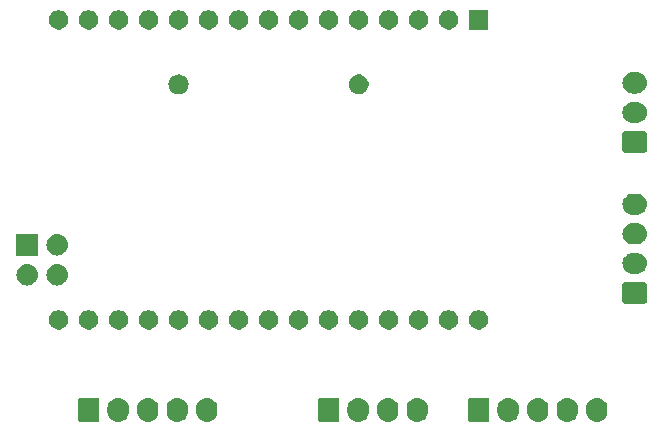
<source format=gbr>
G04 #@! TF.GenerationSoftware,KiCad,Pcbnew,(5.1.2)-2*
G04 #@! TF.CreationDate,2022-01-26T05:46:38+01:00*
G04 #@! TF.ProjectId,SMuFF-Ifc2-ESP32,534d7546-462d-4496-9663-322d45535033,rev?*
G04 #@! TF.SameCoordinates,Original*
G04 #@! TF.FileFunction,Soldermask,Top*
G04 #@! TF.FilePolarity,Negative*
%FSLAX46Y46*%
G04 Gerber Fmt 4.6, Leading zero omitted, Abs format (unit mm)*
G04 Created by KiCad (PCBNEW (5.1.2)-2) date 2022-01-26 05:46:38*
%MOMM*%
%LPD*%
G04 APERTURE LIST*
%ADD10C,0.100000*%
G04 APERTURE END LIST*
D10*
G36*
X139248626Y-110239037D02*
G01*
X139418465Y-110290557D01*
X139418467Y-110290558D01*
X139574989Y-110374221D01*
X139712186Y-110486814D01*
X139795448Y-110588271D01*
X139824778Y-110624009D01*
X139908443Y-110780534D01*
X139959963Y-110950373D01*
X139973000Y-111082742D01*
X139973000Y-111421257D01*
X139959963Y-111553626D01*
X139908443Y-111723466D01*
X139824778Y-111879991D01*
X139795448Y-111915729D01*
X139712186Y-112017186D01*
X139617250Y-112095097D01*
X139574991Y-112129778D01*
X139418466Y-112213443D01*
X139248627Y-112264963D01*
X139072000Y-112282359D01*
X138895374Y-112264963D01*
X138725535Y-112213443D01*
X138569010Y-112129778D01*
X138431815Y-112017185D01*
X138319222Y-111879991D01*
X138235557Y-111723466D01*
X138184037Y-111553627D01*
X138171000Y-111421258D01*
X138171000Y-111082743D01*
X138184037Y-110950374D01*
X138235557Y-110780535D01*
X138319222Y-110624010D01*
X138319223Y-110624009D01*
X138431814Y-110486814D01*
X138533271Y-110403552D01*
X138569009Y-110374222D01*
X138725534Y-110290557D01*
X138895373Y-110239037D01*
X139072000Y-110221641D01*
X139248626Y-110239037D01*
X139248626Y-110239037D01*
G37*
G36*
X146948626Y-110239037D02*
G01*
X147118465Y-110290557D01*
X147118467Y-110290558D01*
X147274989Y-110374221D01*
X147412186Y-110486814D01*
X147495448Y-110588271D01*
X147524778Y-110624009D01*
X147608443Y-110780534D01*
X147659963Y-110950373D01*
X147673000Y-111082742D01*
X147673000Y-111421257D01*
X147659963Y-111553626D01*
X147608443Y-111723466D01*
X147524778Y-111879991D01*
X147495448Y-111915729D01*
X147412186Y-112017186D01*
X147317250Y-112095097D01*
X147274991Y-112129778D01*
X147118466Y-112213443D01*
X146948627Y-112264963D01*
X146772000Y-112282359D01*
X146595374Y-112264963D01*
X146425535Y-112213443D01*
X146269010Y-112129778D01*
X146131815Y-112017185D01*
X146019222Y-111879991D01*
X145935557Y-111723466D01*
X145884037Y-111553627D01*
X145871000Y-111421258D01*
X145871000Y-111082743D01*
X145884037Y-110950374D01*
X145935557Y-110780535D01*
X146019222Y-110624010D01*
X146019223Y-110624009D01*
X146131814Y-110486814D01*
X146233271Y-110403552D01*
X146269009Y-110374222D01*
X146425534Y-110290557D01*
X146595373Y-110239037D01*
X146772000Y-110221641D01*
X146948626Y-110239037D01*
X146948626Y-110239037D01*
G37*
G36*
X149448626Y-110239037D02*
G01*
X149618465Y-110290557D01*
X149618467Y-110290558D01*
X149774989Y-110374221D01*
X149912186Y-110486814D01*
X149995448Y-110588271D01*
X150024778Y-110624009D01*
X150108443Y-110780534D01*
X150159963Y-110950373D01*
X150173000Y-111082742D01*
X150173000Y-111421257D01*
X150159963Y-111553626D01*
X150108443Y-111723466D01*
X150024778Y-111879991D01*
X149995448Y-111915729D01*
X149912186Y-112017186D01*
X149817250Y-112095097D01*
X149774991Y-112129778D01*
X149618466Y-112213443D01*
X149448627Y-112264963D01*
X149272000Y-112282359D01*
X149095374Y-112264963D01*
X148925535Y-112213443D01*
X148769010Y-112129778D01*
X148631815Y-112017185D01*
X148519222Y-111879991D01*
X148435557Y-111723466D01*
X148384037Y-111553627D01*
X148371000Y-111421258D01*
X148371000Y-111082743D01*
X148384037Y-110950374D01*
X148435557Y-110780535D01*
X148519222Y-110624010D01*
X148519223Y-110624009D01*
X148631814Y-110486814D01*
X148733271Y-110403552D01*
X148769009Y-110374222D01*
X148925534Y-110290557D01*
X149095373Y-110239037D01*
X149272000Y-110221641D01*
X149448626Y-110239037D01*
X149448626Y-110239037D01*
G37*
G36*
X151948626Y-110239037D02*
G01*
X152118465Y-110290557D01*
X152118467Y-110290558D01*
X152274989Y-110374221D01*
X152412186Y-110486814D01*
X152495448Y-110588271D01*
X152524778Y-110624009D01*
X152608443Y-110780534D01*
X152659963Y-110950373D01*
X152673000Y-111082742D01*
X152673000Y-111421257D01*
X152659963Y-111553626D01*
X152608443Y-111723466D01*
X152524778Y-111879991D01*
X152495448Y-111915729D01*
X152412186Y-112017186D01*
X152317250Y-112095097D01*
X152274991Y-112129778D01*
X152118466Y-112213443D01*
X151948627Y-112264963D01*
X151772000Y-112282359D01*
X151595374Y-112264963D01*
X151425535Y-112213443D01*
X151269010Y-112129778D01*
X151131815Y-112017185D01*
X151019222Y-111879991D01*
X150935557Y-111723466D01*
X150884037Y-111553627D01*
X150871000Y-111421258D01*
X150871000Y-111082743D01*
X150884037Y-110950374D01*
X150935557Y-110780535D01*
X151019222Y-110624010D01*
X151019223Y-110624009D01*
X151131814Y-110486814D01*
X151233271Y-110403552D01*
X151269009Y-110374222D01*
X151425534Y-110290557D01*
X151595373Y-110239037D01*
X151772000Y-110221641D01*
X151948626Y-110239037D01*
X151948626Y-110239037D01*
G37*
G36*
X154448626Y-110239037D02*
G01*
X154618465Y-110290557D01*
X154618467Y-110290558D01*
X154774989Y-110374221D01*
X154912186Y-110486814D01*
X154995448Y-110588271D01*
X155024778Y-110624009D01*
X155108443Y-110780534D01*
X155159963Y-110950373D01*
X155173000Y-111082742D01*
X155173000Y-111421257D01*
X155159963Y-111553626D01*
X155108443Y-111723466D01*
X155024778Y-111879991D01*
X154995448Y-111915729D01*
X154912186Y-112017186D01*
X154817250Y-112095097D01*
X154774991Y-112129778D01*
X154618466Y-112213443D01*
X154448627Y-112264963D01*
X154272000Y-112282359D01*
X154095374Y-112264963D01*
X153925535Y-112213443D01*
X153769010Y-112129778D01*
X153631815Y-112017185D01*
X153519222Y-111879991D01*
X153435557Y-111723466D01*
X153384037Y-111553627D01*
X153371000Y-111421258D01*
X153371000Y-111082743D01*
X153384037Y-110950374D01*
X153435557Y-110780535D01*
X153519222Y-110624010D01*
X153519223Y-110624009D01*
X153631814Y-110486814D01*
X153733271Y-110403552D01*
X153769009Y-110374222D01*
X153925534Y-110290557D01*
X154095373Y-110239037D01*
X154272000Y-110221641D01*
X154448626Y-110239037D01*
X154448626Y-110239037D01*
G37*
G36*
X113928626Y-110239037D02*
G01*
X114098465Y-110290557D01*
X114098467Y-110290558D01*
X114254989Y-110374221D01*
X114392186Y-110486814D01*
X114475448Y-110588271D01*
X114504778Y-110624009D01*
X114588443Y-110780534D01*
X114639963Y-110950373D01*
X114653000Y-111082742D01*
X114653000Y-111421257D01*
X114639963Y-111553626D01*
X114588443Y-111723466D01*
X114504778Y-111879991D01*
X114475448Y-111915729D01*
X114392186Y-112017186D01*
X114297250Y-112095097D01*
X114254991Y-112129778D01*
X114098466Y-112213443D01*
X113928627Y-112264963D01*
X113752000Y-112282359D01*
X113575374Y-112264963D01*
X113405535Y-112213443D01*
X113249010Y-112129778D01*
X113111815Y-112017185D01*
X112999222Y-111879991D01*
X112915557Y-111723466D01*
X112864037Y-111553627D01*
X112851000Y-111421258D01*
X112851000Y-111082743D01*
X112864037Y-110950374D01*
X112915557Y-110780535D01*
X112999222Y-110624010D01*
X112999223Y-110624009D01*
X113111814Y-110486814D01*
X113213271Y-110403552D01*
X113249009Y-110374222D01*
X113405534Y-110290557D01*
X113575373Y-110239037D01*
X113752000Y-110221641D01*
X113928626Y-110239037D01*
X113928626Y-110239037D01*
G37*
G36*
X116428626Y-110239037D02*
G01*
X116598465Y-110290557D01*
X116598467Y-110290558D01*
X116754989Y-110374221D01*
X116892186Y-110486814D01*
X116975448Y-110588271D01*
X117004778Y-110624009D01*
X117088443Y-110780534D01*
X117139963Y-110950373D01*
X117153000Y-111082742D01*
X117153000Y-111421257D01*
X117139963Y-111553626D01*
X117088443Y-111723466D01*
X117004778Y-111879991D01*
X116975448Y-111915729D01*
X116892186Y-112017186D01*
X116797250Y-112095097D01*
X116754991Y-112129778D01*
X116598466Y-112213443D01*
X116428627Y-112264963D01*
X116252000Y-112282359D01*
X116075374Y-112264963D01*
X115905535Y-112213443D01*
X115749010Y-112129778D01*
X115611815Y-112017185D01*
X115499222Y-111879991D01*
X115415557Y-111723466D01*
X115364037Y-111553627D01*
X115351000Y-111421258D01*
X115351000Y-111082743D01*
X115364037Y-110950374D01*
X115415557Y-110780535D01*
X115499222Y-110624010D01*
X115499223Y-110624009D01*
X115611814Y-110486814D01*
X115713271Y-110403552D01*
X115749009Y-110374222D01*
X115905534Y-110290557D01*
X116075373Y-110239037D01*
X116252000Y-110221641D01*
X116428626Y-110239037D01*
X116428626Y-110239037D01*
G37*
G36*
X118928626Y-110239037D02*
G01*
X119098465Y-110290557D01*
X119098467Y-110290558D01*
X119254989Y-110374221D01*
X119392186Y-110486814D01*
X119475448Y-110588271D01*
X119504778Y-110624009D01*
X119588443Y-110780534D01*
X119639963Y-110950373D01*
X119653000Y-111082742D01*
X119653000Y-111421257D01*
X119639963Y-111553626D01*
X119588443Y-111723466D01*
X119504778Y-111879991D01*
X119475448Y-111915729D01*
X119392186Y-112017186D01*
X119297250Y-112095097D01*
X119254991Y-112129778D01*
X119098466Y-112213443D01*
X118928627Y-112264963D01*
X118752000Y-112282359D01*
X118575374Y-112264963D01*
X118405535Y-112213443D01*
X118249010Y-112129778D01*
X118111815Y-112017185D01*
X117999222Y-111879991D01*
X117915557Y-111723466D01*
X117864037Y-111553627D01*
X117851000Y-111421258D01*
X117851000Y-111082743D01*
X117864037Y-110950374D01*
X117915557Y-110780535D01*
X117999222Y-110624010D01*
X117999223Y-110624009D01*
X118111814Y-110486814D01*
X118213271Y-110403552D01*
X118249009Y-110374222D01*
X118405534Y-110290557D01*
X118575373Y-110239037D01*
X118752000Y-110221641D01*
X118928626Y-110239037D01*
X118928626Y-110239037D01*
G37*
G36*
X121428626Y-110239037D02*
G01*
X121598465Y-110290557D01*
X121598467Y-110290558D01*
X121754989Y-110374221D01*
X121892186Y-110486814D01*
X121975448Y-110588271D01*
X122004778Y-110624009D01*
X122088443Y-110780534D01*
X122139963Y-110950373D01*
X122153000Y-111082742D01*
X122153000Y-111421257D01*
X122139963Y-111553626D01*
X122088443Y-111723466D01*
X122004778Y-111879991D01*
X121975448Y-111915729D01*
X121892186Y-112017186D01*
X121797250Y-112095097D01*
X121754991Y-112129778D01*
X121598466Y-112213443D01*
X121428627Y-112264963D01*
X121252000Y-112282359D01*
X121075374Y-112264963D01*
X120905535Y-112213443D01*
X120749010Y-112129778D01*
X120611815Y-112017185D01*
X120499222Y-111879991D01*
X120415557Y-111723466D01*
X120364037Y-111553627D01*
X120351000Y-111421258D01*
X120351000Y-111082743D01*
X120364037Y-110950374D01*
X120415557Y-110780535D01*
X120499222Y-110624010D01*
X120499223Y-110624009D01*
X120611814Y-110486814D01*
X120713271Y-110403552D01*
X120749009Y-110374222D01*
X120905534Y-110290557D01*
X121075373Y-110239037D01*
X121252000Y-110221641D01*
X121428626Y-110239037D01*
X121428626Y-110239037D01*
G37*
G36*
X134248626Y-110239037D02*
G01*
X134418465Y-110290557D01*
X134418467Y-110290558D01*
X134574989Y-110374221D01*
X134712186Y-110486814D01*
X134795448Y-110588271D01*
X134824778Y-110624009D01*
X134908443Y-110780534D01*
X134959963Y-110950373D01*
X134973000Y-111082742D01*
X134973000Y-111421257D01*
X134959963Y-111553626D01*
X134908443Y-111723466D01*
X134824778Y-111879991D01*
X134795448Y-111915729D01*
X134712186Y-112017186D01*
X134617250Y-112095097D01*
X134574991Y-112129778D01*
X134418466Y-112213443D01*
X134248627Y-112264963D01*
X134072000Y-112282359D01*
X133895374Y-112264963D01*
X133725535Y-112213443D01*
X133569010Y-112129778D01*
X133431815Y-112017185D01*
X133319222Y-111879991D01*
X133235557Y-111723466D01*
X133184037Y-111553627D01*
X133171000Y-111421258D01*
X133171000Y-111082743D01*
X133184037Y-110950374D01*
X133235557Y-110780535D01*
X133319222Y-110624010D01*
X133319223Y-110624009D01*
X133431814Y-110486814D01*
X133533271Y-110403552D01*
X133569009Y-110374222D01*
X133725534Y-110290557D01*
X133895373Y-110239037D01*
X134072000Y-110221641D01*
X134248626Y-110239037D01*
X134248626Y-110239037D01*
G37*
G36*
X136748626Y-110239037D02*
G01*
X136918465Y-110290557D01*
X136918467Y-110290558D01*
X137074989Y-110374221D01*
X137212186Y-110486814D01*
X137295448Y-110588271D01*
X137324778Y-110624009D01*
X137408443Y-110780534D01*
X137459963Y-110950373D01*
X137473000Y-111082742D01*
X137473000Y-111421257D01*
X137459963Y-111553626D01*
X137408443Y-111723466D01*
X137324778Y-111879991D01*
X137295448Y-111915729D01*
X137212186Y-112017186D01*
X137117250Y-112095097D01*
X137074991Y-112129778D01*
X136918466Y-112213443D01*
X136748627Y-112264963D01*
X136572000Y-112282359D01*
X136395374Y-112264963D01*
X136225535Y-112213443D01*
X136069010Y-112129778D01*
X135931815Y-112017185D01*
X135819222Y-111879991D01*
X135735557Y-111723466D01*
X135684037Y-111553627D01*
X135671000Y-111421258D01*
X135671000Y-111082743D01*
X135684037Y-110950374D01*
X135735557Y-110780535D01*
X135819222Y-110624010D01*
X135819223Y-110624009D01*
X135931814Y-110486814D01*
X136033271Y-110403552D01*
X136069009Y-110374222D01*
X136225534Y-110290557D01*
X136395373Y-110239037D01*
X136572000Y-110221641D01*
X136748626Y-110239037D01*
X136748626Y-110239037D01*
G37*
G36*
X145030600Y-110229989D02*
G01*
X145063652Y-110240015D01*
X145094103Y-110256292D01*
X145120799Y-110278201D01*
X145142708Y-110304897D01*
X145158985Y-110335348D01*
X145169011Y-110368400D01*
X145173000Y-110408903D01*
X145173000Y-112095097D01*
X145169011Y-112135600D01*
X145158985Y-112168652D01*
X145142708Y-112199103D01*
X145120799Y-112225799D01*
X145094103Y-112247708D01*
X145063652Y-112263985D01*
X145030600Y-112274011D01*
X144990097Y-112278000D01*
X143553903Y-112278000D01*
X143513400Y-112274011D01*
X143480348Y-112263985D01*
X143449897Y-112247708D01*
X143423201Y-112225799D01*
X143401292Y-112199103D01*
X143385015Y-112168652D01*
X143374989Y-112135600D01*
X143371000Y-112095097D01*
X143371000Y-110408903D01*
X143374989Y-110368400D01*
X143385015Y-110335348D01*
X143401292Y-110304897D01*
X143423201Y-110278201D01*
X143449897Y-110256292D01*
X143480348Y-110240015D01*
X143513400Y-110229989D01*
X143553903Y-110226000D01*
X144990097Y-110226000D01*
X145030600Y-110229989D01*
X145030600Y-110229989D01*
G37*
G36*
X112010600Y-110229989D02*
G01*
X112043652Y-110240015D01*
X112074103Y-110256292D01*
X112100799Y-110278201D01*
X112122708Y-110304897D01*
X112138985Y-110335348D01*
X112149011Y-110368400D01*
X112153000Y-110408903D01*
X112153000Y-112095097D01*
X112149011Y-112135600D01*
X112138985Y-112168652D01*
X112122708Y-112199103D01*
X112100799Y-112225799D01*
X112074103Y-112247708D01*
X112043652Y-112263985D01*
X112010600Y-112274011D01*
X111970097Y-112278000D01*
X110533903Y-112278000D01*
X110493400Y-112274011D01*
X110460348Y-112263985D01*
X110429897Y-112247708D01*
X110403201Y-112225799D01*
X110381292Y-112199103D01*
X110365015Y-112168652D01*
X110354989Y-112135600D01*
X110351000Y-112095097D01*
X110351000Y-110408903D01*
X110354989Y-110368400D01*
X110365015Y-110335348D01*
X110381292Y-110304897D01*
X110403201Y-110278201D01*
X110429897Y-110256292D01*
X110460348Y-110240015D01*
X110493400Y-110229989D01*
X110533903Y-110226000D01*
X111970097Y-110226000D01*
X112010600Y-110229989D01*
X112010600Y-110229989D01*
G37*
G36*
X132330600Y-110229989D02*
G01*
X132363652Y-110240015D01*
X132394103Y-110256292D01*
X132420799Y-110278201D01*
X132442708Y-110304897D01*
X132458985Y-110335348D01*
X132469011Y-110368400D01*
X132473000Y-110408903D01*
X132473000Y-112095097D01*
X132469011Y-112135600D01*
X132458985Y-112168652D01*
X132442708Y-112199103D01*
X132420799Y-112225799D01*
X132394103Y-112247708D01*
X132363652Y-112263985D01*
X132330600Y-112274011D01*
X132290097Y-112278000D01*
X130853903Y-112278000D01*
X130813400Y-112274011D01*
X130780348Y-112263985D01*
X130749897Y-112247708D01*
X130723201Y-112225799D01*
X130701292Y-112199103D01*
X130685015Y-112168652D01*
X130674989Y-112135600D01*
X130671000Y-112095097D01*
X130671000Y-110408903D01*
X130674989Y-110368400D01*
X130685015Y-110335348D01*
X130701292Y-110304897D01*
X130723201Y-110278201D01*
X130749897Y-110256292D01*
X130780348Y-110240015D01*
X130813400Y-110229989D01*
X130853903Y-110226000D01*
X132290097Y-110226000D01*
X132330600Y-110229989D01*
X132330600Y-110229989D01*
G37*
G36*
X108949142Y-102850242D02*
G01*
X109097101Y-102911529D01*
X109230255Y-103000499D01*
X109343501Y-103113745D01*
X109432471Y-103246899D01*
X109493758Y-103394858D01*
X109525000Y-103551925D01*
X109525000Y-103712075D01*
X109493758Y-103869142D01*
X109432471Y-104017101D01*
X109343501Y-104150255D01*
X109230255Y-104263501D01*
X109097101Y-104352471D01*
X108949142Y-104413758D01*
X108792075Y-104445000D01*
X108631925Y-104445000D01*
X108474858Y-104413758D01*
X108326899Y-104352471D01*
X108193745Y-104263501D01*
X108080499Y-104150255D01*
X107991529Y-104017101D01*
X107930242Y-103869142D01*
X107899000Y-103712075D01*
X107899000Y-103551925D01*
X107930242Y-103394858D01*
X107991529Y-103246899D01*
X108080499Y-103113745D01*
X108193745Y-103000499D01*
X108326899Y-102911529D01*
X108474858Y-102850242D01*
X108631925Y-102819000D01*
X108792075Y-102819000D01*
X108949142Y-102850242D01*
X108949142Y-102850242D01*
G37*
G36*
X111489142Y-102850242D02*
G01*
X111637101Y-102911529D01*
X111770255Y-103000499D01*
X111883501Y-103113745D01*
X111972471Y-103246899D01*
X112033758Y-103394858D01*
X112065000Y-103551925D01*
X112065000Y-103712075D01*
X112033758Y-103869142D01*
X111972471Y-104017101D01*
X111883501Y-104150255D01*
X111770255Y-104263501D01*
X111637101Y-104352471D01*
X111489142Y-104413758D01*
X111332075Y-104445000D01*
X111171925Y-104445000D01*
X111014858Y-104413758D01*
X110866899Y-104352471D01*
X110733745Y-104263501D01*
X110620499Y-104150255D01*
X110531529Y-104017101D01*
X110470242Y-103869142D01*
X110439000Y-103712075D01*
X110439000Y-103551925D01*
X110470242Y-103394858D01*
X110531529Y-103246899D01*
X110620499Y-103113745D01*
X110733745Y-103000499D01*
X110866899Y-102911529D01*
X111014858Y-102850242D01*
X111171925Y-102819000D01*
X111332075Y-102819000D01*
X111489142Y-102850242D01*
X111489142Y-102850242D01*
G37*
G36*
X129269142Y-102850242D02*
G01*
X129417101Y-102911529D01*
X129550255Y-103000499D01*
X129663501Y-103113745D01*
X129752471Y-103246899D01*
X129813758Y-103394858D01*
X129845000Y-103551925D01*
X129845000Y-103712075D01*
X129813758Y-103869142D01*
X129752471Y-104017101D01*
X129663501Y-104150255D01*
X129550255Y-104263501D01*
X129417101Y-104352471D01*
X129269142Y-104413758D01*
X129112075Y-104445000D01*
X128951925Y-104445000D01*
X128794858Y-104413758D01*
X128646899Y-104352471D01*
X128513745Y-104263501D01*
X128400499Y-104150255D01*
X128311529Y-104017101D01*
X128250242Y-103869142D01*
X128219000Y-103712075D01*
X128219000Y-103551925D01*
X128250242Y-103394858D01*
X128311529Y-103246899D01*
X128400499Y-103113745D01*
X128513745Y-103000499D01*
X128646899Y-102911529D01*
X128794858Y-102850242D01*
X128951925Y-102819000D01*
X129112075Y-102819000D01*
X129269142Y-102850242D01*
X129269142Y-102850242D01*
G37*
G36*
X141969142Y-102850242D02*
G01*
X142117101Y-102911529D01*
X142250255Y-103000499D01*
X142363501Y-103113745D01*
X142452471Y-103246899D01*
X142513758Y-103394858D01*
X142545000Y-103551925D01*
X142545000Y-103712075D01*
X142513758Y-103869142D01*
X142452471Y-104017101D01*
X142363501Y-104150255D01*
X142250255Y-104263501D01*
X142117101Y-104352471D01*
X141969142Y-104413758D01*
X141812075Y-104445000D01*
X141651925Y-104445000D01*
X141494858Y-104413758D01*
X141346899Y-104352471D01*
X141213745Y-104263501D01*
X141100499Y-104150255D01*
X141011529Y-104017101D01*
X140950242Y-103869142D01*
X140919000Y-103712075D01*
X140919000Y-103551925D01*
X140950242Y-103394858D01*
X141011529Y-103246899D01*
X141100499Y-103113745D01*
X141213745Y-103000499D01*
X141346899Y-102911529D01*
X141494858Y-102850242D01*
X141651925Y-102819000D01*
X141812075Y-102819000D01*
X141969142Y-102850242D01*
X141969142Y-102850242D01*
G37*
G36*
X139429142Y-102850242D02*
G01*
X139577101Y-102911529D01*
X139710255Y-103000499D01*
X139823501Y-103113745D01*
X139912471Y-103246899D01*
X139973758Y-103394858D01*
X140005000Y-103551925D01*
X140005000Y-103712075D01*
X139973758Y-103869142D01*
X139912471Y-104017101D01*
X139823501Y-104150255D01*
X139710255Y-104263501D01*
X139577101Y-104352471D01*
X139429142Y-104413758D01*
X139272075Y-104445000D01*
X139111925Y-104445000D01*
X138954858Y-104413758D01*
X138806899Y-104352471D01*
X138673745Y-104263501D01*
X138560499Y-104150255D01*
X138471529Y-104017101D01*
X138410242Y-103869142D01*
X138379000Y-103712075D01*
X138379000Y-103551925D01*
X138410242Y-103394858D01*
X138471529Y-103246899D01*
X138560499Y-103113745D01*
X138673745Y-103000499D01*
X138806899Y-102911529D01*
X138954858Y-102850242D01*
X139111925Y-102819000D01*
X139272075Y-102819000D01*
X139429142Y-102850242D01*
X139429142Y-102850242D01*
G37*
G36*
X136889142Y-102850242D02*
G01*
X137037101Y-102911529D01*
X137170255Y-103000499D01*
X137283501Y-103113745D01*
X137372471Y-103246899D01*
X137433758Y-103394858D01*
X137465000Y-103551925D01*
X137465000Y-103712075D01*
X137433758Y-103869142D01*
X137372471Y-104017101D01*
X137283501Y-104150255D01*
X137170255Y-104263501D01*
X137037101Y-104352471D01*
X136889142Y-104413758D01*
X136732075Y-104445000D01*
X136571925Y-104445000D01*
X136414858Y-104413758D01*
X136266899Y-104352471D01*
X136133745Y-104263501D01*
X136020499Y-104150255D01*
X135931529Y-104017101D01*
X135870242Y-103869142D01*
X135839000Y-103712075D01*
X135839000Y-103551925D01*
X135870242Y-103394858D01*
X135931529Y-103246899D01*
X136020499Y-103113745D01*
X136133745Y-103000499D01*
X136266899Y-102911529D01*
X136414858Y-102850242D01*
X136571925Y-102819000D01*
X136732075Y-102819000D01*
X136889142Y-102850242D01*
X136889142Y-102850242D01*
G37*
G36*
X134349142Y-102850242D02*
G01*
X134497101Y-102911529D01*
X134630255Y-103000499D01*
X134743501Y-103113745D01*
X134832471Y-103246899D01*
X134893758Y-103394858D01*
X134925000Y-103551925D01*
X134925000Y-103712075D01*
X134893758Y-103869142D01*
X134832471Y-104017101D01*
X134743501Y-104150255D01*
X134630255Y-104263501D01*
X134497101Y-104352471D01*
X134349142Y-104413758D01*
X134192075Y-104445000D01*
X134031925Y-104445000D01*
X133874858Y-104413758D01*
X133726899Y-104352471D01*
X133593745Y-104263501D01*
X133480499Y-104150255D01*
X133391529Y-104017101D01*
X133330242Y-103869142D01*
X133299000Y-103712075D01*
X133299000Y-103551925D01*
X133330242Y-103394858D01*
X133391529Y-103246899D01*
X133480499Y-103113745D01*
X133593745Y-103000499D01*
X133726899Y-102911529D01*
X133874858Y-102850242D01*
X134031925Y-102819000D01*
X134192075Y-102819000D01*
X134349142Y-102850242D01*
X134349142Y-102850242D01*
G37*
G36*
X126729142Y-102850242D02*
G01*
X126877101Y-102911529D01*
X127010255Y-103000499D01*
X127123501Y-103113745D01*
X127212471Y-103246899D01*
X127273758Y-103394858D01*
X127305000Y-103551925D01*
X127305000Y-103712075D01*
X127273758Y-103869142D01*
X127212471Y-104017101D01*
X127123501Y-104150255D01*
X127010255Y-104263501D01*
X126877101Y-104352471D01*
X126729142Y-104413758D01*
X126572075Y-104445000D01*
X126411925Y-104445000D01*
X126254858Y-104413758D01*
X126106899Y-104352471D01*
X125973745Y-104263501D01*
X125860499Y-104150255D01*
X125771529Y-104017101D01*
X125710242Y-103869142D01*
X125679000Y-103712075D01*
X125679000Y-103551925D01*
X125710242Y-103394858D01*
X125771529Y-103246899D01*
X125860499Y-103113745D01*
X125973745Y-103000499D01*
X126106899Y-102911529D01*
X126254858Y-102850242D01*
X126411925Y-102819000D01*
X126572075Y-102819000D01*
X126729142Y-102850242D01*
X126729142Y-102850242D01*
G37*
G36*
X131809142Y-102850242D02*
G01*
X131957101Y-102911529D01*
X132090255Y-103000499D01*
X132203501Y-103113745D01*
X132292471Y-103246899D01*
X132353758Y-103394858D01*
X132385000Y-103551925D01*
X132385000Y-103712075D01*
X132353758Y-103869142D01*
X132292471Y-104017101D01*
X132203501Y-104150255D01*
X132090255Y-104263501D01*
X131957101Y-104352471D01*
X131809142Y-104413758D01*
X131652075Y-104445000D01*
X131491925Y-104445000D01*
X131334858Y-104413758D01*
X131186899Y-104352471D01*
X131053745Y-104263501D01*
X130940499Y-104150255D01*
X130851529Y-104017101D01*
X130790242Y-103869142D01*
X130759000Y-103712075D01*
X130759000Y-103551925D01*
X130790242Y-103394858D01*
X130851529Y-103246899D01*
X130940499Y-103113745D01*
X131053745Y-103000499D01*
X131186899Y-102911529D01*
X131334858Y-102850242D01*
X131491925Y-102819000D01*
X131652075Y-102819000D01*
X131809142Y-102850242D01*
X131809142Y-102850242D01*
G37*
G36*
X114029142Y-102850242D02*
G01*
X114177101Y-102911529D01*
X114310255Y-103000499D01*
X114423501Y-103113745D01*
X114512471Y-103246899D01*
X114573758Y-103394858D01*
X114605000Y-103551925D01*
X114605000Y-103712075D01*
X114573758Y-103869142D01*
X114512471Y-104017101D01*
X114423501Y-104150255D01*
X114310255Y-104263501D01*
X114177101Y-104352471D01*
X114029142Y-104413758D01*
X113872075Y-104445000D01*
X113711925Y-104445000D01*
X113554858Y-104413758D01*
X113406899Y-104352471D01*
X113273745Y-104263501D01*
X113160499Y-104150255D01*
X113071529Y-104017101D01*
X113010242Y-103869142D01*
X112979000Y-103712075D01*
X112979000Y-103551925D01*
X113010242Y-103394858D01*
X113071529Y-103246899D01*
X113160499Y-103113745D01*
X113273745Y-103000499D01*
X113406899Y-102911529D01*
X113554858Y-102850242D01*
X113711925Y-102819000D01*
X113872075Y-102819000D01*
X114029142Y-102850242D01*
X114029142Y-102850242D01*
G37*
G36*
X144509142Y-102850242D02*
G01*
X144657101Y-102911529D01*
X144790255Y-103000499D01*
X144903501Y-103113745D01*
X144992471Y-103246899D01*
X145053758Y-103394858D01*
X145085000Y-103551925D01*
X145085000Y-103712075D01*
X145053758Y-103869142D01*
X144992471Y-104017101D01*
X144903501Y-104150255D01*
X144790255Y-104263501D01*
X144657101Y-104352471D01*
X144509142Y-104413758D01*
X144352075Y-104445000D01*
X144191925Y-104445000D01*
X144034858Y-104413758D01*
X143886899Y-104352471D01*
X143753745Y-104263501D01*
X143640499Y-104150255D01*
X143551529Y-104017101D01*
X143490242Y-103869142D01*
X143459000Y-103712075D01*
X143459000Y-103551925D01*
X143490242Y-103394858D01*
X143551529Y-103246899D01*
X143640499Y-103113745D01*
X143753745Y-103000499D01*
X143886899Y-102911529D01*
X144034858Y-102850242D01*
X144191925Y-102819000D01*
X144352075Y-102819000D01*
X144509142Y-102850242D01*
X144509142Y-102850242D01*
G37*
G36*
X116569142Y-102850242D02*
G01*
X116717101Y-102911529D01*
X116850255Y-103000499D01*
X116963501Y-103113745D01*
X117052471Y-103246899D01*
X117113758Y-103394858D01*
X117145000Y-103551925D01*
X117145000Y-103712075D01*
X117113758Y-103869142D01*
X117052471Y-104017101D01*
X116963501Y-104150255D01*
X116850255Y-104263501D01*
X116717101Y-104352471D01*
X116569142Y-104413758D01*
X116412075Y-104445000D01*
X116251925Y-104445000D01*
X116094858Y-104413758D01*
X115946899Y-104352471D01*
X115813745Y-104263501D01*
X115700499Y-104150255D01*
X115611529Y-104017101D01*
X115550242Y-103869142D01*
X115519000Y-103712075D01*
X115519000Y-103551925D01*
X115550242Y-103394858D01*
X115611529Y-103246899D01*
X115700499Y-103113745D01*
X115813745Y-103000499D01*
X115946899Y-102911529D01*
X116094858Y-102850242D01*
X116251925Y-102819000D01*
X116412075Y-102819000D01*
X116569142Y-102850242D01*
X116569142Y-102850242D01*
G37*
G36*
X119109142Y-102850242D02*
G01*
X119257101Y-102911529D01*
X119390255Y-103000499D01*
X119503501Y-103113745D01*
X119592471Y-103246899D01*
X119653758Y-103394858D01*
X119685000Y-103551925D01*
X119685000Y-103712075D01*
X119653758Y-103869142D01*
X119592471Y-104017101D01*
X119503501Y-104150255D01*
X119390255Y-104263501D01*
X119257101Y-104352471D01*
X119109142Y-104413758D01*
X118952075Y-104445000D01*
X118791925Y-104445000D01*
X118634858Y-104413758D01*
X118486899Y-104352471D01*
X118353745Y-104263501D01*
X118240499Y-104150255D01*
X118151529Y-104017101D01*
X118090242Y-103869142D01*
X118059000Y-103712075D01*
X118059000Y-103551925D01*
X118090242Y-103394858D01*
X118151529Y-103246899D01*
X118240499Y-103113745D01*
X118353745Y-103000499D01*
X118486899Y-102911529D01*
X118634858Y-102850242D01*
X118791925Y-102819000D01*
X118952075Y-102819000D01*
X119109142Y-102850242D01*
X119109142Y-102850242D01*
G37*
G36*
X121649142Y-102850242D02*
G01*
X121797101Y-102911529D01*
X121930255Y-103000499D01*
X122043501Y-103113745D01*
X122132471Y-103246899D01*
X122193758Y-103394858D01*
X122225000Y-103551925D01*
X122225000Y-103712075D01*
X122193758Y-103869142D01*
X122132471Y-104017101D01*
X122043501Y-104150255D01*
X121930255Y-104263501D01*
X121797101Y-104352471D01*
X121649142Y-104413758D01*
X121492075Y-104445000D01*
X121331925Y-104445000D01*
X121174858Y-104413758D01*
X121026899Y-104352471D01*
X120893745Y-104263501D01*
X120780499Y-104150255D01*
X120691529Y-104017101D01*
X120630242Y-103869142D01*
X120599000Y-103712075D01*
X120599000Y-103551925D01*
X120630242Y-103394858D01*
X120691529Y-103246899D01*
X120780499Y-103113745D01*
X120893745Y-103000499D01*
X121026899Y-102911529D01*
X121174858Y-102850242D01*
X121331925Y-102819000D01*
X121492075Y-102819000D01*
X121649142Y-102850242D01*
X121649142Y-102850242D01*
G37*
G36*
X124189142Y-102850242D02*
G01*
X124337101Y-102911529D01*
X124470255Y-103000499D01*
X124583501Y-103113745D01*
X124672471Y-103246899D01*
X124733758Y-103394858D01*
X124765000Y-103551925D01*
X124765000Y-103712075D01*
X124733758Y-103869142D01*
X124672471Y-104017101D01*
X124583501Y-104150255D01*
X124470255Y-104263501D01*
X124337101Y-104352471D01*
X124189142Y-104413758D01*
X124032075Y-104445000D01*
X123871925Y-104445000D01*
X123714858Y-104413758D01*
X123566899Y-104352471D01*
X123433745Y-104263501D01*
X123320499Y-104150255D01*
X123231529Y-104017101D01*
X123170242Y-103869142D01*
X123139000Y-103712075D01*
X123139000Y-103551925D01*
X123170242Y-103394858D01*
X123231529Y-103246899D01*
X123320499Y-103113745D01*
X123433745Y-103000499D01*
X123566899Y-102911529D01*
X123714858Y-102850242D01*
X123871925Y-102819000D01*
X124032075Y-102819000D01*
X124189142Y-102850242D01*
X124189142Y-102850242D01*
G37*
G36*
X158363600Y-100448989D02*
G01*
X158396652Y-100459015D01*
X158427103Y-100475292D01*
X158453799Y-100497201D01*
X158475708Y-100523897D01*
X158491985Y-100554348D01*
X158502011Y-100587400D01*
X158506000Y-100627903D01*
X158506000Y-102064097D01*
X158502011Y-102104600D01*
X158491985Y-102137652D01*
X158475708Y-102168103D01*
X158453799Y-102194799D01*
X158427103Y-102216708D01*
X158396652Y-102232985D01*
X158363600Y-102243011D01*
X158323097Y-102247000D01*
X156636903Y-102247000D01*
X156596400Y-102243011D01*
X156563348Y-102232985D01*
X156532897Y-102216708D01*
X156506201Y-102194799D01*
X156484292Y-102168103D01*
X156468015Y-102137652D01*
X156457989Y-102104600D01*
X156454000Y-102064097D01*
X156454000Y-100627903D01*
X156457989Y-100587400D01*
X156468015Y-100554348D01*
X156484292Y-100523897D01*
X156506201Y-100497201D01*
X156532897Y-100475292D01*
X156563348Y-100459015D01*
X156596400Y-100448989D01*
X156636903Y-100445000D01*
X158323097Y-100445000D01*
X158363600Y-100448989D01*
X158363600Y-100448989D01*
G37*
G36*
X108695442Y-98927518D02*
G01*
X108761627Y-98934037D01*
X108931466Y-98985557D01*
X109087991Y-99069222D01*
X109123729Y-99098552D01*
X109225186Y-99181814D01*
X109308448Y-99283271D01*
X109337778Y-99319009D01*
X109421443Y-99475534D01*
X109472963Y-99645373D01*
X109490359Y-99822000D01*
X109472963Y-99998627D01*
X109421443Y-100168466D01*
X109337778Y-100324991D01*
X109308448Y-100360729D01*
X109225186Y-100462186D01*
X109123729Y-100545448D01*
X109087991Y-100574778D01*
X108931466Y-100658443D01*
X108761627Y-100709963D01*
X108695443Y-100716481D01*
X108629260Y-100723000D01*
X108540740Y-100723000D01*
X108474558Y-100716482D01*
X108408373Y-100709963D01*
X108238534Y-100658443D01*
X108082009Y-100574778D01*
X108046271Y-100545448D01*
X107944814Y-100462186D01*
X107861552Y-100360729D01*
X107832222Y-100324991D01*
X107748557Y-100168466D01*
X107697037Y-99998627D01*
X107679641Y-99822000D01*
X107697037Y-99645373D01*
X107748557Y-99475534D01*
X107832222Y-99319009D01*
X107861552Y-99283271D01*
X107944814Y-99181814D01*
X108046271Y-99098552D01*
X108082009Y-99069222D01*
X108238534Y-98985557D01*
X108408373Y-98934037D01*
X108474557Y-98927519D01*
X108540740Y-98921000D01*
X108629260Y-98921000D01*
X108695442Y-98927518D01*
X108695442Y-98927518D01*
G37*
G36*
X106155442Y-98927518D02*
G01*
X106221627Y-98934037D01*
X106391466Y-98985557D01*
X106547991Y-99069222D01*
X106583729Y-99098552D01*
X106685186Y-99181814D01*
X106768448Y-99283271D01*
X106797778Y-99319009D01*
X106881443Y-99475534D01*
X106932963Y-99645373D01*
X106950359Y-99822000D01*
X106932963Y-99998627D01*
X106881443Y-100168466D01*
X106797778Y-100324991D01*
X106768448Y-100360729D01*
X106685186Y-100462186D01*
X106583729Y-100545448D01*
X106547991Y-100574778D01*
X106391466Y-100658443D01*
X106221627Y-100709963D01*
X106155443Y-100716481D01*
X106089260Y-100723000D01*
X106000740Y-100723000D01*
X105934558Y-100716482D01*
X105868373Y-100709963D01*
X105698534Y-100658443D01*
X105542009Y-100574778D01*
X105506271Y-100545448D01*
X105404814Y-100462186D01*
X105321552Y-100360729D01*
X105292222Y-100324991D01*
X105208557Y-100168466D01*
X105157037Y-99998627D01*
X105139641Y-99822000D01*
X105157037Y-99645373D01*
X105208557Y-99475534D01*
X105292222Y-99319009D01*
X105321552Y-99283271D01*
X105404814Y-99181814D01*
X105506271Y-99098552D01*
X105542009Y-99069222D01*
X105698534Y-98985557D01*
X105868373Y-98934037D01*
X105934557Y-98927519D01*
X106000740Y-98921000D01*
X106089260Y-98921000D01*
X106155442Y-98927518D01*
X106155442Y-98927518D01*
G37*
G36*
X157715442Y-97951518D02*
G01*
X157781627Y-97958037D01*
X157951466Y-98009557D01*
X158107991Y-98093222D01*
X158138721Y-98118442D01*
X158245186Y-98205814D01*
X158328448Y-98307271D01*
X158357778Y-98343009D01*
X158441443Y-98499534D01*
X158492963Y-98669373D01*
X158510359Y-98846000D01*
X158492963Y-99022627D01*
X158441443Y-99192466D01*
X158357778Y-99348991D01*
X158328448Y-99384729D01*
X158245186Y-99486186D01*
X158143729Y-99569448D01*
X158107991Y-99598778D01*
X157951466Y-99682443D01*
X157781627Y-99733963D01*
X157715443Y-99740481D01*
X157649260Y-99747000D01*
X157310740Y-99747000D01*
X157244557Y-99740481D01*
X157178373Y-99733963D01*
X157008534Y-99682443D01*
X156852009Y-99598778D01*
X156816271Y-99569448D01*
X156714814Y-99486186D01*
X156631552Y-99384729D01*
X156602222Y-99348991D01*
X156518557Y-99192466D01*
X156467037Y-99022627D01*
X156449641Y-98846000D01*
X156467037Y-98669373D01*
X156518557Y-98499534D01*
X156602222Y-98343009D01*
X156631552Y-98307271D01*
X156714814Y-98205814D01*
X156821279Y-98118442D01*
X156852009Y-98093222D01*
X157008534Y-98009557D01*
X157178373Y-97958037D01*
X157244557Y-97951519D01*
X157310740Y-97945000D01*
X157649260Y-97945000D01*
X157715442Y-97951518D01*
X157715442Y-97951518D01*
G37*
G36*
X108695442Y-96387518D02*
G01*
X108761627Y-96394037D01*
X108931466Y-96445557D01*
X109087991Y-96529222D01*
X109123729Y-96558552D01*
X109225186Y-96641814D01*
X109308448Y-96743271D01*
X109337778Y-96779009D01*
X109421443Y-96935534D01*
X109472963Y-97105373D01*
X109490359Y-97282000D01*
X109472963Y-97458627D01*
X109421443Y-97628466D01*
X109337778Y-97784991D01*
X109308448Y-97820729D01*
X109225186Y-97922186D01*
X109123729Y-98005448D01*
X109087991Y-98034778D01*
X108931466Y-98118443D01*
X108761627Y-98169963D01*
X108695442Y-98176482D01*
X108629260Y-98183000D01*
X108540740Y-98183000D01*
X108474557Y-98176481D01*
X108408373Y-98169963D01*
X108238534Y-98118443D01*
X108082009Y-98034778D01*
X108046271Y-98005448D01*
X107944814Y-97922186D01*
X107861552Y-97820729D01*
X107832222Y-97784991D01*
X107748557Y-97628466D01*
X107697037Y-97458627D01*
X107679641Y-97282000D01*
X107697037Y-97105373D01*
X107748557Y-96935534D01*
X107832222Y-96779009D01*
X107861552Y-96743271D01*
X107944814Y-96641814D01*
X108046271Y-96558552D01*
X108082009Y-96529222D01*
X108238534Y-96445557D01*
X108408373Y-96394037D01*
X108474558Y-96387518D01*
X108540740Y-96381000D01*
X108629260Y-96381000D01*
X108695442Y-96387518D01*
X108695442Y-96387518D01*
G37*
G36*
X106946000Y-98183000D02*
G01*
X105144000Y-98183000D01*
X105144000Y-96381000D01*
X106946000Y-96381000D01*
X106946000Y-98183000D01*
X106946000Y-98183000D01*
G37*
G36*
X157715442Y-95451518D02*
G01*
X157781627Y-95458037D01*
X157951466Y-95509557D01*
X158107991Y-95593222D01*
X158143729Y-95622552D01*
X158245186Y-95705814D01*
X158328448Y-95807271D01*
X158357778Y-95843009D01*
X158441443Y-95999534D01*
X158492963Y-96169373D01*
X158510359Y-96346000D01*
X158492963Y-96522627D01*
X158441443Y-96692466D01*
X158357778Y-96848991D01*
X158328448Y-96884729D01*
X158245186Y-96986186D01*
X158143729Y-97069448D01*
X158107991Y-97098778D01*
X157951466Y-97182443D01*
X157781627Y-97233963D01*
X157715443Y-97240481D01*
X157649260Y-97247000D01*
X157310740Y-97247000D01*
X157244557Y-97240481D01*
X157178373Y-97233963D01*
X157008534Y-97182443D01*
X156852009Y-97098778D01*
X156816271Y-97069448D01*
X156714814Y-96986186D01*
X156631552Y-96884729D01*
X156602222Y-96848991D01*
X156518557Y-96692466D01*
X156467037Y-96522627D01*
X156449641Y-96346000D01*
X156467037Y-96169373D01*
X156518557Y-95999534D01*
X156602222Y-95843009D01*
X156631552Y-95807271D01*
X156714814Y-95705814D01*
X156816271Y-95622552D01*
X156852009Y-95593222D01*
X157008534Y-95509557D01*
X157178373Y-95458037D01*
X157244557Y-95451519D01*
X157310740Y-95445000D01*
X157649260Y-95445000D01*
X157715442Y-95451518D01*
X157715442Y-95451518D01*
G37*
G36*
X157715443Y-92951519D02*
G01*
X157781627Y-92958037D01*
X157951466Y-93009557D01*
X158107991Y-93093222D01*
X158143729Y-93122552D01*
X158245186Y-93205814D01*
X158328448Y-93307271D01*
X158357778Y-93343009D01*
X158441443Y-93499534D01*
X158492963Y-93669373D01*
X158510359Y-93846000D01*
X158492963Y-94022627D01*
X158441443Y-94192466D01*
X158357778Y-94348991D01*
X158328448Y-94384729D01*
X158245186Y-94486186D01*
X158143729Y-94569448D01*
X158107991Y-94598778D01*
X157951466Y-94682443D01*
X157781627Y-94733963D01*
X157715443Y-94740481D01*
X157649260Y-94747000D01*
X157310740Y-94747000D01*
X157244557Y-94740481D01*
X157178373Y-94733963D01*
X157008534Y-94682443D01*
X156852009Y-94598778D01*
X156816271Y-94569448D01*
X156714814Y-94486186D01*
X156631552Y-94384729D01*
X156602222Y-94348991D01*
X156518557Y-94192466D01*
X156467037Y-94022627D01*
X156449641Y-93846000D01*
X156467037Y-93669373D01*
X156518557Y-93499534D01*
X156602222Y-93343009D01*
X156631552Y-93307271D01*
X156714814Y-93205814D01*
X156816271Y-93122552D01*
X156852009Y-93093222D01*
X157008534Y-93009557D01*
X157178373Y-92958037D01*
X157244557Y-92951519D01*
X157310740Y-92945000D01*
X157649260Y-92945000D01*
X157715443Y-92951519D01*
X157715443Y-92951519D01*
G37*
G36*
X158363600Y-87668989D02*
G01*
X158396652Y-87679015D01*
X158427103Y-87695292D01*
X158453799Y-87717201D01*
X158475708Y-87743897D01*
X158491985Y-87774348D01*
X158502011Y-87807400D01*
X158506000Y-87847903D01*
X158506000Y-89284097D01*
X158502011Y-89324600D01*
X158491985Y-89357652D01*
X158475708Y-89388103D01*
X158453799Y-89414799D01*
X158427103Y-89436708D01*
X158396652Y-89452985D01*
X158363600Y-89463011D01*
X158323097Y-89467000D01*
X156636903Y-89467000D01*
X156596400Y-89463011D01*
X156563348Y-89452985D01*
X156532897Y-89436708D01*
X156506201Y-89414799D01*
X156484292Y-89388103D01*
X156468015Y-89357652D01*
X156457989Y-89324600D01*
X156454000Y-89284097D01*
X156454000Y-87847903D01*
X156457989Y-87807400D01*
X156468015Y-87774348D01*
X156484292Y-87743897D01*
X156506201Y-87717201D01*
X156532897Y-87695292D01*
X156563348Y-87679015D01*
X156596400Y-87668989D01*
X156636903Y-87665000D01*
X158323097Y-87665000D01*
X158363600Y-87668989D01*
X158363600Y-87668989D01*
G37*
G36*
X157715442Y-85171518D02*
G01*
X157781627Y-85178037D01*
X157951466Y-85229557D01*
X158107991Y-85313222D01*
X158143729Y-85342552D01*
X158245186Y-85425814D01*
X158328448Y-85527271D01*
X158357778Y-85563009D01*
X158441443Y-85719534D01*
X158492963Y-85889373D01*
X158510359Y-86066000D01*
X158492963Y-86242627D01*
X158441443Y-86412466D01*
X158357778Y-86568991D01*
X158328448Y-86604729D01*
X158245186Y-86706186D01*
X158143729Y-86789448D01*
X158107991Y-86818778D01*
X157951466Y-86902443D01*
X157781627Y-86953963D01*
X157715443Y-86960481D01*
X157649260Y-86967000D01*
X157310740Y-86967000D01*
X157244557Y-86960481D01*
X157178373Y-86953963D01*
X157008534Y-86902443D01*
X156852009Y-86818778D01*
X156816271Y-86789448D01*
X156714814Y-86706186D01*
X156631552Y-86604729D01*
X156602222Y-86568991D01*
X156518557Y-86412466D01*
X156467037Y-86242627D01*
X156449641Y-86066000D01*
X156467037Y-85889373D01*
X156518557Y-85719534D01*
X156602222Y-85563009D01*
X156631552Y-85527271D01*
X156714814Y-85425814D01*
X156816271Y-85342552D01*
X156852009Y-85313222D01*
X157008534Y-85229557D01*
X157178373Y-85178037D01*
X157244558Y-85171518D01*
X157310740Y-85165000D01*
X157649260Y-85165000D01*
X157715442Y-85171518D01*
X157715442Y-85171518D01*
G37*
G36*
X134360228Y-82874703D02*
G01*
X134515100Y-82938853D01*
X134654481Y-83031985D01*
X134773015Y-83150519D01*
X134866147Y-83289900D01*
X134930297Y-83444772D01*
X134963000Y-83609184D01*
X134963000Y-83776816D01*
X134930297Y-83941228D01*
X134866147Y-84096100D01*
X134773015Y-84235481D01*
X134654481Y-84354015D01*
X134515100Y-84447147D01*
X134360228Y-84511297D01*
X134195816Y-84544000D01*
X134028184Y-84544000D01*
X133863772Y-84511297D01*
X133708900Y-84447147D01*
X133569519Y-84354015D01*
X133450985Y-84235481D01*
X133357853Y-84096100D01*
X133293703Y-83941228D01*
X133261000Y-83776816D01*
X133261000Y-83609184D01*
X133293703Y-83444772D01*
X133357853Y-83289900D01*
X133450985Y-83150519D01*
X133569519Y-83031985D01*
X133708900Y-82938853D01*
X133863772Y-82874703D01*
X134028184Y-82842000D01*
X134195816Y-82842000D01*
X134360228Y-82874703D01*
X134360228Y-82874703D01*
G37*
G36*
X119038823Y-82854313D02*
G01*
X119199242Y-82902976D01*
X119266361Y-82938852D01*
X119347078Y-82981996D01*
X119476659Y-83088341D01*
X119583004Y-83217922D01*
X119583866Y-83219534D01*
X119662024Y-83365758D01*
X119710687Y-83526177D01*
X119727117Y-83693000D01*
X119710687Y-83859823D01*
X119662024Y-84020242D01*
X119621477Y-84096100D01*
X119583004Y-84168078D01*
X119476659Y-84297659D01*
X119347078Y-84404004D01*
X119347076Y-84404005D01*
X119199242Y-84483024D01*
X119038823Y-84531687D01*
X118913804Y-84544000D01*
X118830196Y-84544000D01*
X118705177Y-84531687D01*
X118544758Y-84483024D01*
X118396924Y-84404005D01*
X118396922Y-84404004D01*
X118267341Y-84297659D01*
X118160996Y-84168078D01*
X118122523Y-84096100D01*
X118081976Y-84020242D01*
X118033313Y-83859823D01*
X118016883Y-83693000D01*
X118033313Y-83526177D01*
X118081976Y-83365758D01*
X118160134Y-83219534D01*
X118160996Y-83217922D01*
X118267341Y-83088341D01*
X118396922Y-82981996D01*
X118477639Y-82938852D01*
X118544758Y-82902976D01*
X118705177Y-82854313D01*
X118830196Y-82842000D01*
X118913804Y-82842000D01*
X119038823Y-82854313D01*
X119038823Y-82854313D01*
G37*
G36*
X157715442Y-82671518D02*
G01*
X157781627Y-82678037D01*
X157951466Y-82729557D01*
X158107991Y-82813222D01*
X158143057Y-82842000D01*
X158245186Y-82925814D01*
X158328448Y-83027271D01*
X158357778Y-83063009D01*
X158441443Y-83219534D01*
X158492963Y-83389373D01*
X158510359Y-83566000D01*
X158492963Y-83742627D01*
X158441443Y-83912466D01*
X158357778Y-84068991D01*
X158335530Y-84096100D01*
X158245186Y-84206186D01*
X158143729Y-84289448D01*
X158107991Y-84318778D01*
X157951466Y-84402443D01*
X157781627Y-84453963D01*
X157715443Y-84460481D01*
X157649260Y-84467000D01*
X157310740Y-84467000D01*
X157244557Y-84460481D01*
X157178373Y-84453963D01*
X157008534Y-84402443D01*
X156852009Y-84318778D01*
X156816271Y-84289448D01*
X156714814Y-84206186D01*
X156624470Y-84096100D01*
X156602222Y-84068991D01*
X156518557Y-83912466D01*
X156467037Y-83742627D01*
X156449641Y-83566000D01*
X156467037Y-83389373D01*
X156518557Y-83219534D01*
X156602222Y-83063009D01*
X156631552Y-83027271D01*
X156714814Y-82925814D01*
X156816943Y-82842000D01*
X156852009Y-82813222D01*
X157008534Y-82729557D01*
X157178373Y-82678037D01*
X157244558Y-82671518D01*
X157310740Y-82665000D01*
X157649260Y-82665000D01*
X157715442Y-82671518D01*
X157715442Y-82671518D01*
G37*
G36*
X111489142Y-77450242D02*
G01*
X111637101Y-77511529D01*
X111770255Y-77600499D01*
X111883501Y-77713745D01*
X111972471Y-77846899D01*
X112033758Y-77994858D01*
X112065000Y-78151925D01*
X112065000Y-78312075D01*
X112033758Y-78469142D01*
X111972471Y-78617101D01*
X111883501Y-78750255D01*
X111770255Y-78863501D01*
X111637101Y-78952471D01*
X111489142Y-79013758D01*
X111332075Y-79045000D01*
X111171925Y-79045000D01*
X111014858Y-79013758D01*
X110866899Y-78952471D01*
X110733745Y-78863501D01*
X110620499Y-78750255D01*
X110531529Y-78617101D01*
X110470242Y-78469142D01*
X110439000Y-78312075D01*
X110439000Y-78151925D01*
X110470242Y-77994858D01*
X110531529Y-77846899D01*
X110620499Y-77713745D01*
X110733745Y-77600499D01*
X110866899Y-77511529D01*
X111014858Y-77450242D01*
X111171925Y-77419000D01*
X111332075Y-77419000D01*
X111489142Y-77450242D01*
X111489142Y-77450242D01*
G37*
G36*
X134349142Y-77450242D02*
G01*
X134497101Y-77511529D01*
X134630255Y-77600499D01*
X134743501Y-77713745D01*
X134832471Y-77846899D01*
X134893758Y-77994858D01*
X134925000Y-78151925D01*
X134925000Y-78312075D01*
X134893758Y-78469142D01*
X134832471Y-78617101D01*
X134743501Y-78750255D01*
X134630255Y-78863501D01*
X134497101Y-78952471D01*
X134349142Y-79013758D01*
X134192075Y-79045000D01*
X134031925Y-79045000D01*
X133874858Y-79013758D01*
X133726899Y-78952471D01*
X133593745Y-78863501D01*
X133480499Y-78750255D01*
X133391529Y-78617101D01*
X133330242Y-78469142D01*
X133299000Y-78312075D01*
X133299000Y-78151925D01*
X133330242Y-77994858D01*
X133391529Y-77846899D01*
X133480499Y-77713745D01*
X133593745Y-77600499D01*
X133726899Y-77511529D01*
X133874858Y-77450242D01*
X134031925Y-77419000D01*
X134192075Y-77419000D01*
X134349142Y-77450242D01*
X134349142Y-77450242D01*
G37*
G36*
X131809142Y-77450242D02*
G01*
X131957101Y-77511529D01*
X132090255Y-77600499D01*
X132203501Y-77713745D01*
X132292471Y-77846899D01*
X132353758Y-77994858D01*
X132385000Y-78151925D01*
X132385000Y-78312075D01*
X132353758Y-78469142D01*
X132292471Y-78617101D01*
X132203501Y-78750255D01*
X132090255Y-78863501D01*
X131957101Y-78952471D01*
X131809142Y-79013758D01*
X131652075Y-79045000D01*
X131491925Y-79045000D01*
X131334858Y-79013758D01*
X131186899Y-78952471D01*
X131053745Y-78863501D01*
X130940499Y-78750255D01*
X130851529Y-78617101D01*
X130790242Y-78469142D01*
X130759000Y-78312075D01*
X130759000Y-78151925D01*
X130790242Y-77994858D01*
X130851529Y-77846899D01*
X130940499Y-77713745D01*
X131053745Y-77600499D01*
X131186899Y-77511529D01*
X131334858Y-77450242D01*
X131491925Y-77419000D01*
X131652075Y-77419000D01*
X131809142Y-77450242D01*
X131809142Y-77450242D01*
G37*
G36*
X129269142Y-77450242D02*
G01*
X129417101Y-77511529D01*
X129550255Y-77600499D01*
X129663501Y-77713745D01*
X129752471Y-77846899D01*
X129813758Y-77994858D01*
X129845000Y-78151925D01*
X129845000Y-78312075D01*
X129813758Y-78469142D01*
X129752471Y-78617101D01*
X129663501Y-78750255D01*
X129550255Y-78863501D01*
X129417101Y-78952471D01*
X129269142Y-79013758D01*
X129112075Y-79045000D01*
X128951925Y-79045000D01*
X128794858Y-79013758D01*
X128646899Y-78952471D01*
X128513745Y-78863501D01*
X128400499Y-78750255D01*
X128311529Y-78617101D01*
X128250242Y-78469142D01*
X128219000Y-78312075D01*
X128219000Y-78151925D01*
X128250242Y-77994858D01*
X128311529Y-77846899D01*
X128400499Y-77713745D01*
X128513745Y-77600499D01*
X128646899Y-77511529D01*
X128794858Y-77450242D01*
X128951925Y-77419000D01*
X129112075Y-77419000D01*
X129269142Y-77450242D01*
X129269142Y-77450242D01*
G37*
G36*
X126729142Y-77450242D02*
G01*
X126877101Y-77511529D01*
X127010255Y-77600499D01*
X127123501Y-77713745D01*
X127212471Y-77846899D01*
X127273758Y-77994858D01*
X127305000Y-78151925D01*
X127305000Y-78312075D01*
X127273758Y-78469142D01*
X127212471Y-78617101D01*
X127123501Y-78750255D01*
X127010255Y-78863501D01*
X126877101Y-78952471D01*
X126729142Y-79013758D01*
X126572075Y-79045000D01*
X126411925Y-79045000D01*
X126254858Y-79013758D01*
X126106899Y-78952471D01*
X125973745Y-78863501D01*
X125860499Y-78750255D01*
X125771529Y-78617101D01*
X125710242Y-78469142D01*
X125679000Y-78312075D01*
X125679000Y-78151925D01*
X125710242Y-77994858D01*
X125771529Y-77846899D01*
X125860499Y-77713745D01*
X125973745Y-77600499D01*
X126106899Y-77511529D01*
X126254858Y-77450242D01*
X126411925Y-77419000D01*
X126572075Y-77419000D01*
X126729142Y-77450242D01*
X126729142Y-77450242D01*
G37*
G36*
X121649142Y-77450242D02*
G01*
X121797101Y-77511529D01*
X121930255Y-77600499D01*
X122043501Y-77713745D01*
X122132471Y-77846899D01*
X122193758Y-77994858D01*
X122225000Y-78151925D01*
X122225000Y-78312075D01*
X122193758Y-78469142D01*
X122132471Y-78617101D01*
X122043501Y-78750255D01*
X121930255Y-78863501D01*
X121797101Y-78952471D01*
X121649142Y-79013758D01*
X121492075Y-79045000D01*
X121331925Y-79045000D01*
X121174858Y-79013758D01*
X121026899Y-78952471D01*
X120893745Y-78863501D01*
X120780499Y-78750255D01*
X120691529Y-78617101D01*
X120630242Y-78469142D01*
X120599000Y-78312075D01*
X120599000Y-78151925D01*
X120630242Y-77994858D01*
X120691529Y-77846899D01*
X120780499Y-77713745D01*
X120893745Y-77600499D01*
X121026899Y-77511529D01*
X121174858Y-77450242D01*
X121331925Y-77419000D01*
X121492075Y-77419000D01*
X121649142Y-77450242D01*
X121649142Y-77450242D01*
G37*
G36*
X119109142Y-77450242D02*
G01*
X119257101Y-77511529D01*
X119390255Y-77600499D01*
X119503501Y-77713745D01*
X119592471Y-77846899D01*
X119653758Y-77994858D01*
X119685000Y-78151925D01*
X119685000Y-78312075D01*
X119653758Y-78469142D01*
X119592471Y-78617101D01*
X119503501Y-78750255D01*
X119390255Y-78863501D01*
X119257101Y-78952471D01*
X119109142Y-79013758D01*
X118952075Y-79045000D01*
X118791925Y-79045000D01*
X118634858Y-79013758D01*
X118486899Y-78952471D01*
X118353745Y-78863501D01*
X118240499Y-78750255D01*
X118151529Y-78617101D01*
X118090242Y-78469142D01*
X118059000Y-78312075D01*
X118059000Y-78151925D01*
X118090242Y-77994858D01*
X118151529Y-77846899D01*
X118240499Y-77713745D01*
X118353745Y-77600499D01*
X118486899Y-77511529D01*
X118634858Y-77450242D01*
X118791925Y-77419000D01*
X118952075Y-77419000D01*
X119109142Y-77450242D01*
X119109142Y-77450242D01*
G37*
G36*
X116569142Y-77450242D02*
G01*
X116717101Y-77511529D01*
X116850255Y-77600499D01*
X116963501Y-77713745D01*
X117052471Y-77846899D01*
X117113758Y-77994858D01*
X117145000Y-78151925D01*
X117145000Y-78312075D01*
X117113758Y-78469142D01*
X117052471Y-78617101D01*
X116963501Y-78750255D01*
X116850255Y-78863501D01*
X116717101Y-78952471D01*
X116569142Y-79013758D01*
X116412075Y-79045000D01*
X116251925Y-79045000D01*
X116094858Y-79013758D01*
X115946899Y-78952471D01*
X115813745Y-78863501D01*
X115700499Y-78750255D01*
X115611529Y-78617101D01*
X115550242Y-78469142D01*
X115519000Y-78312075D01*
X115519000Y-78151925D01*
X115550242Y-77994858D01*
X115611529Y-77846899D01*
X115700499Y-77713745D01*
X115813745Y-77600499D01*
X115946899Y-77511529D01*
X116094858Y-77450242D01*
X116251925Y-77419000D01*
X116412075Y-77419000D01*
X116569142Y-77450242D01*
X116569142Y-77450242D01*
G37*
G36*
X114029142Y-77450242D02*
G01*
X114177101Y-77511529D01*
X114310255Y-77600499D01*
X114423501Y-77713745D01*
X114512471Y-77846899D01*
X114573758Y-77994858D01*
X114605000Y-78151925D01*
X114605000Y-78312075D01*
X114573758Y-78469142D01*
X114512471Y-78617101D01*
X114423501Y-78750255D01*
X114310255Y-78863501D01*
X114177101Y-78952471D01*
X114029142Y-79013758D01*
X113872075Y-79045000D01*
X113711925Y-79045000D01*
X113554858Y-79013758D01*
X113406899Y-78952471D01*
X113273745Y-78863501D01*
X113160499Y-78750255D01*
X113071529Y-78617101D01*
X113010242Y-78469142D01*
X112979000Y-78312075D01*
X112979000Y-78151925D01*
X113010242Y-77994858D01*
X113071529Y-77846899D01*
X113160499Y-77713745D01*
X113273745Y-77600499D01*
X113406899Y-77511529D01*
X113554858Y-77450242D01*
X113711925Y-77419000D01*
X113872075Y-77419000D01*
X114029142Y-77450242D01*
X114029142Y-77450242D01*
G37*
G36*
X108949142Y-77450242D02*
G01*
X109097101Y-77511529D01*
X109230255Y-77600499D01*
X109343501Y-77713745D01*
X109432471Y-77846899D01*
X109493758Y-77994858D01*
X109525000Y-78151925D01*
X109525000Y-78312075D01*
X109493758Y-78469142D01*
X109432471Y-78617101D01*
X109343501Y-78750255D01*
X109230255Y-78863501D01*
X109097101Y-78952471D01*
X108949142Y-79013758D01*
X108792075Y-79045000D01*
X108631925Y-79045000D01*
X108474858Y-79013758D01*
X108326899Y-78952471D01*
X108193745Y-78863501D01*
X108080499Y-78750255D01*
X107991529Y-78617101D01*
X107930242Y-78469142D01*
X107899000Y-78312075D01*
X107899000Y-78151925D01*
X107930242Y-77994858D01*
X107991529Y-77846899D01*
X108080499Y-77713745D01*
X108193745Y-77600499D01*
X108326899Y-77511529D01*
X108474858Y-77450242D01*
X108631925Y-77419000D01*
X108792075Y-77419000D01*
X108949142Y-77450242D01*
X108949142Y-77450242D01*
G37*
G36*
X136889142Y-77450242D02*
G01*
X137037101Y-77511529D01*
X137170255Y-77600499D01*
X137283501Y-77713745D01*
X137372471Y-77846899D01*
X137433758Y-77994858D01*
X137465000Y-78151925D01*
X137465000Y-78312075D01*
X137433758Y-78469142D01*
X137372471Y-78617101D01*
X137283501Y-78750255D01*
X137170255Y-78863501D01*
X137037101Y-78952471D01*
X136889142Y-79013758D01*
X136732075Y-79045000D01*
X136571925Y-79045000D01*
X136414858Y-79013758D01*
X136266899Y-78952471D01*
X136133745Y-78863501D01*
X136020499Y-78750255D01*
X135931529Y-78617101D01*
X135870242Y-78469142D01*
X135839000Y-78312075D01*
X135839000Y-78151925D01*
X135870242Y-77994858D01*
X135931529Y-77846899D01*
X136020499Y-77713745D01*
X136133745Y-77600499D01*
X136266899Y-77511529D01*
X136414858Y-77450242D01*
X136571925Y-77419000D01*
X136732075Y-77419000D01*
X136889142Y-77450242D01*
X136889142Y-77450242D01*
G37*
G36*
X139429142Y-77450242D02*
G01*
X139577101Y-77511529D01*
X139710255Y-77600499D01*
X139823501Y-77713745D01*
X139912471Y-77846899D01*
X139973758Y-77994858D01*
X140005000Y-78151925D01*
X140005000Y-78312075D01*
X139973758Y-78469142D01*
X139912471Y-78617101D01*
X139823501Y-78750255D01*
X139710255Y-78863501D01*
X139577101Y-78952471D01*
X139429142Y-79013758D01*
X139272075Y-79045000D01*
X139111925Y-79045000D01*
X138954858Y-79013758D01*
X138806899Y-78952471D01*
X138673745Y-78863501D01*
X138560499Y-78750255D01*
X138471529Y-78617101D01*
X138410242Y-78469142D01*
X138379000Y-78312075D01*
X138379000Y-78151925D01*
X138410242Y-77994858D01*
X138471529Y-77846899D01*
X138560499Y-77713745D01*
X138673745Y-77600499D01*
X138806899Y-77511529D01*
X138954858Y-77450242D01*
X139111925Y-77419000D01*
X139272075Y-77419000D01*
X139429142Y-77450242D01*
X139429142Y-77450242D01*
G37*
G36*
X141969142Y-77450242D02*
G01*
X142117101Y-77511529D01*
X142250255Y-77600499D01*
X142363501Y-77713745D01*
X142452471Y-77846899D01*
X142513758Y-77994858D01*
X142545000Y-78151925D01*
X142545000Y-78312075D01*
X142513758Y-78469142D01*
X142452471Y-78617101D01*
X142363501Y-78750255D01*
X142250255Y-78863501D01*
X142117101Y-78952471D01*
X141969142Y-79013758D01*
X141812075Y-79045000D01*
X141651925Y-79045000D01*
X141494858Y-79013758D01*
X141346899Y-78952471D01*
X141213745Y-78863501D01*
X141100499Y-78750255D01*
X141011529Y-78617101D01*
X140950242Y-78469142D01*
X140919000Y-78312075D01*
X140919000Y-78151925D01*
X140950242Y-77994858D01*
X141011529Y-77846899D01*
X141100499Y-77713745D01*
X141213745Y-77600499D01*
X141346899Y-77511529D01*
X141494858Y-77450242D01*
X141651925Y-77419000D01*
X141812075Y-77419000D01*
X141969142Y-77450242D01*
X141969142Y-77450242D01*
G37*
G36*
X145085000Y-79045000D02*
G01*
X143459000Y-79045000D01*
X143459000Y-77419000D01*
X145085000Y-77419000D01*
X145085000Y-79045000D01*
X145085000Y-79045000D01*
G37*
G36*
X124189142Y-77450242D02*
G01*
X124337101Y-77511529D01*
X124470255Y-77600499D01*
X124583501Y-77713745D01*
X124672471Y-77846899D01*
X124733758Y-77994858D01*
X124765000Y-78151925D01*
X124765000Y-78312075D01*
X124733758Y-78469142D01*
X124672471Y-78617101D01*
X124583501Y-78750255D01*
X124470255Y-78863501D01*
X124337101Y-78952471D01*
X124189142Y-79013758D01*
X124032075Y-79045000D01*
X123871925Y-79045000D01*
X123714858Y-79013758D01*
X123566899Y-78952471D01*
X123433745Y-78863501D01*
X123320499Y-78750255D01*
X123231529Y-78617101D01*
X123170242Y-78469142D01*
X123139000Y-78312075D01*
X123139000Y-78151925D01*
X123170242Y-77994858D01*
X123231529Y-77846899D01*
X123320499Y-77713745D01*
X123433745Y-77600499D01*
X123566899Y-77511529D01*
X123714858Y-77450242D01*
X123871925Y-77419000D01*
X124032075Y-77419000D01*
X124189142Y-77450242D01*
X124189142Y-77450242D01*
G37*
M02*

</source>
